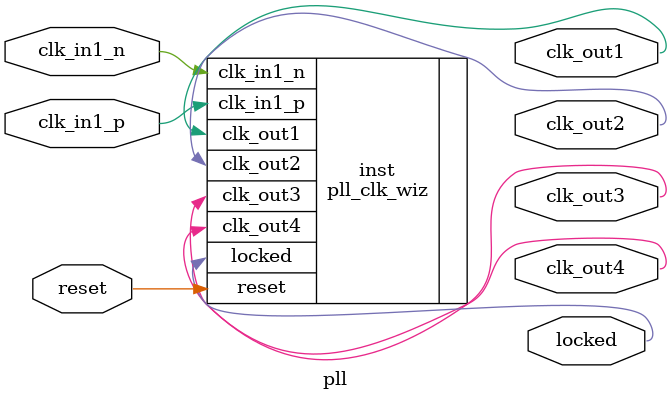
<source format=v>


`timescale 1ps/1ps

(* CORE_GENERATION_INFO = "pll,clk_wiz_v6_0_9_0_0,{component_name=pll,use_phase_alignment=false,use_min_o_jitter=false,use_max_i_jitter=false,use_dyn_phase_shift=false,use_inclk_switchover=false,use_dyn_reconfig=false,enable_axi=0,feedback_source=FDBK_AUTO,PRIMITIVE=MMCM,num_out_clk=4,clkin1_period=10.000,clkin2_period=10.000,use_power_down=false,use_reset=true,use_locked=true,use_inclk_stopped=false,feedback_type=SINGLE,CLOCK_MGR_TYPE=NA,manual_override=false}" *)

module pll 
 (
  // Clock out ports
  output        clk_out1,
  output        clk_out2,
  output        clk_out3,
  output        clk_out4,
  // Status and control signals
  input         reset,
  output        locked,
 // Clock in ports
  input         clk_in1_p,
  input         clk_in1_n
 );

  pll_clk_wiz inst
  (
  // Clock out ports  
  .clk_out1(clk_out1),
  .clk_out2(clk_out2),
  .clk_out3(clk_out3),
  .clk_out4(clk_out4),
  // Status and control signals               
  .reset(reset), 
  .locked(locked),
 // Clock in ports
  .clk_in1_p(clk_in1_p),
  .clk_in1_n(clk_in1_n)
  );

endmodule

</source>
